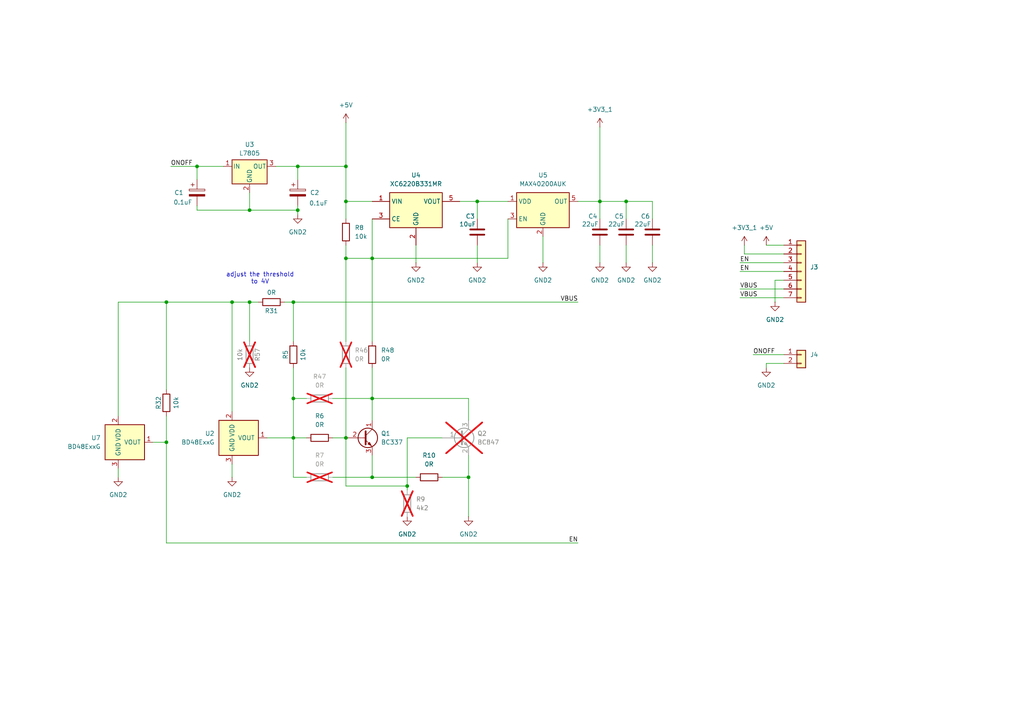
<source format=kicad_sch>
(kicad_sch (version 20250114) (generator "eeschema") (generator_version "9.0")
  (paper "A4")
  (title_block (title "Power Switch Breakout Board"))
  (lib_symbols
    (symbol "Analog_Switch:MAX40200AUK"
      (property "Reference" "U" (at -6.35 6.35 0))
      (property "Value" "MAX40200AUK" (at 7.62 6.35 0))
      (symbol "MAX40200AUK_1_1"
        (rectangle (start -7.62 -5.08) (end 7.62 5.08) (stroke (width 0.254)) (fill (type background)))
        (pin power_in line (at -10.16 2.54 0) (length 2.54) (name "VDD") (number "1"))
        (pin input line (at -10.16 -2.54 0) (length 2.54) (name "EN") (number "3"))
        (pin power_in line (at 0 -7.62 90) (length 2.54) (name "GND") (number "2"))
        (pin no_connect line (at 7.62 -2.54 180) (length 2.54) (hide yes) (name "NC") (number "4"))
        (pin passive line (at 10.16 2.54 180) (length 2.54) (name "OUT") (number "5"))
      )
    )
    (symbol "Connector_Generic:Conn_01x02" (pin_names (offset 1.016) (hide yes))
      (property "Reference" "J" (at 0 2.54 0))
      (property "Value" "Conn_01x02" (at 0 -5.08 0))
      (symbol "Conn_01x02_1_1"
        (rectangle (start -1.27 1.27) (end 1.27 -3.81) (stroke (width 0.254)) (fill (type background)))
        (rectangle (start -1.27 0.127) (end 0 -0.127) (stroke (width 0.1524)))
        (rectangle (start -1.27 -2.413) (end 0 -2.667) (stroke (width 0.1524)))
        (pin passive line (at -5.08 0 0) (length 3.81) (name "Pin_1") (number "1"))
        (pin passive line (at -5.08 -2.54 0) (length 3.81) (name "Pin_2") (number "2"))
      )
    )
    (symbol "Connector_Generic:Conn_01x07" (pin_names (offset 1.016) (hide yes))
      (property "Reference" "J" (at 0 10.16 0))
      (property "Value" "Conn_01x07" (at 0 -10.16 0))
      (symbol "Conn_01x07_1_1"
        (rectangle (start -1.27 8.89) (end 1.27 -8.89) (stroke (width 0.254)) (fill (type background)))
        (rectangle (start -1.27 7.747) (end 0 7.493) (stroke (width 0.1524)))
        (rectangle (start -1.27 5.207) (end 0 4.953) (stroke (width 0.1524)))
        (rectangle (start -1.27 2.667) (end 0 2.413) (stroke (width 0.1524)))
        (rectangle (start -1.27 0.127) (end 0 -0.127) (stroke (width 0.1524)))
        (rectangle (start -1.27 -2.413) (end 0 -2.667) (stroke (width 0.1524)))
        (rectangle (start -1.27 -4.953) (end 0 -5.207) (stroke (width 0.1524)))
        (rectangle (start -1.27 -7.493) (end 0 -7.747) (stroke (width 0.1524)))
        (pin passive line (at -5.08 7.62 0) (length 3.81) (name "Pin_1") (number "1"))
        (pin passive line (at -5.08 5.08 0) (length 3.81) (name "Pin_2") (number "2"))
        (pin passive line (at -5.08 2.54 0) (length 3.81) (name "Pin_3") (number "3"))
        (pin passive line (at -5.08 0 0) (length 3.81) (name "Pin_4") (number "4"))
        (pin passive line (at -5.08 -2.54 0) (length 3.81) (name "Pin_5") (number "5"))
        (pin passive line (at -5.08 -5.08 0) (length 3.81) (name "Pin_6") (number "6"))
        (pin passive line (at -5.08 -7.62 0) (length 3.81) (name "Pin_7") (number "7"))
      )
    )
    (symbol "Device:C" (pin_numbers (hide yes)) (pin_names (offset 0.254))
      (property "Reference" "C" (at 0.635 2.54 0))
      (property "Value" "C" (at 0.635 -2.54 0))
      (symbol "C_0_1"
        (polyline (pts (xy -2.032 0.762) (xy 2.032 0.762)) (stroke (width 0.508)))
        (polyline (pts (xy -2.032 -0.762) (xy 2.032 -0.762)) (stroke (width 0.508)))
      )
      (symbol "C_1_1"
        (pin passive line (at 0 3.81 270) (length 2.794) (name "~") (number "1"))
        (pin passive line (at 0 -3.81 90) (length 2.794) (name "~") (number "2"))
      )
    )
    (symbol "Device:C_Polarized" (pin_numbers (hide yes)) (pin_names (offset 0.254))
      (property "Reference" "C" (at 0.635 2.54 0))
      (property "Value" "C_Polarized" (at 0.635 -2.54 0))
      (symbol "C_Polarized_0_1"
        (rectangle (start -2.286 0.508) (end 2.286 1.016))
        (polyline (pts (xy -1.778 2.286) (xy -0.762 2.286)))
        (polyline (pts (xy -1.27 2.794) (xy -1.27 1.778)))
        (rectangle (start 2.286 -0.508) (end -2.286 -1.016) (fill (type outline)))
      )
      (symbol "C_Polarized_1_1"
        (pin passive line (at 0 3.81 270) (length 2.794) (name "~") (number "1"))
        (pin passive line (at 0 -3.81 90) (length 2.794) (name "~") (number "2"))
      )
    )
    (symbol "Device:R" (pin_numbers (hide yes)) (pin_names (offset 0))
      (property "Reference" "R" (at 2.032 0 90))
      (property "Value" "R" (at 0 0 90))
      (symbol "R_0_1"
        (rectangle (start -1.016 -2.54) (end 1.016 2.54) (stroke (width 0.254)))
      )
      (symbol "R_1_1"
        (pin passive line (at 0 3.81 270) (length 1.27) (name "~") (number "1"))
        (pin passive line (at 0 -3.81 90) (length 1.27) (name "~") (number "2"))
      )
    )
    (symbol "Power_Management:BD48ExxG" (pin_names (offset 1.016))
      (property "Reference" "U" (at -3.81 6.35 0))
      (property "Value" "BD48ExxG" (at -5.08 0 90))
      (symbol "BD48ExxG_1_1"
        (rectangle (start -3.81 5.08) (end 7.62 -5.08) (stroke (width 0.254)) (fill (type background)))
        (pin power_in line (at 0 7.62 270) (length 2.54) (name "VDD") (number "2"))
        (pin power_in line (at 0 -7.62 90) (length 2.54) (name "GND") (number "3"))
        (pin output line (at 10.16 0 180) (length 2.54) (name "VOUT") (number "1"))
      )
    )
    (symbol "Regulator_Linear:L7805" (pin_names (offset 0.254))
      (property "Reference" "U" (at -3.81 3.175 0))
      (property "Value" "L7805" (at 0 3.175 0))
      (symbol "L7805_0_1"
        (rectangle (start -5.08 1.905) (end 5.08 -5.08) (stroke (width 0.254)) (fill (type background)))
      )
      (symbol "L7805_1_1"
        (pin power_in line (at -7.62 0 0) (length 2.54) (name "IN") (number "1"))
        (pin power_in line (at 0 -7.62 90) (length 2.54) (name "GND") (number "2"))
        (pin power_out line (at 7.62 0 180) (length 2.54) (name "OUT") (number "3"))
      )
    )
    (symbol "Regulator_Linear:XC6220B331MR"
      (property "Reference" "U" (at 0 8.89 0))
      (property "Value" "XC6220B331MR" (at 0 6.35 0))
      (symbol "XC6220B331MR_0_1"
        (rectangle (start -7.62 5.08) (end 7.62 -5.08) (stroke (width 0.254)) (fill (type background)))
      )
      (symbol "XC6220B331MR_1_1"
        (pin power_in line (at -12.7 2.54 0) (length 5.08) (name "VIN") (number "1"))
        (pin input line (at -12.7 -2.54 0) (length 5.08) (name "CE") (number "3"))
        (pin power_in line (at 0 -10.16 90) (length 5.08) (name "GND") (number "2"))
        (pin no_connect line (at 7.62 -2.54 180) (length 5.08) (hide yes) (name "NC") (number "4"))
        (pin power_out line (at 12.7 2.54 180) (length 5.08) (name "VOUT") (number "5"))
      )
    )
    (symbol "Transistor_BJT:BC337" (pin_names (offset 0) (hide yes))
      (property "Reference" "Q" (at 5.08 1.905 0))
      (property "Value" "BC337" (at 5.08 0 0))
      (symbol "BC337_0_1"
        (polyline (pts (xy 0 0) (xy 0.635 0)))
        (polyline (pts (xy 0.635 1.905) (xy 0.635 -1.905) (xy 0.635 -1.905)) (stroke (width 0.508)))
        (polyline (pts (xy 0.635 0.635) (xy 2.54 2.54)))
        (polyline (pts (xy 0.635 -0.635) (xy 2.54 -2.54) (xy 2.54 -2.54)))
        (circle (center 1.27 0) (radius 2.8194) (stroke (width 0.254)))
        (polyline (pts (xy 1.27 -1.778) (xy 1.778 -1.27) (xy 2.286 -2.286) (xy 1.27 -1.778) (xy 1.27 -1.778)) (fill (type outline)))
      )
      (symbol "BC337_1_1"
        (pin input line (at -5.08 0 0) (length 5.08) (name "B") (number "2"))
        (pin passive line (at 2.54 5.08 270) (length 2.54) (name "C") (number "1"))
        (pin passive line (at 2.54 -5.08 90) (length 2.54) (name "E") (number "3"))
      )
    )
    (symbol "Transistor_BJT:BC847" (pin_names (offset 0) (hide yes))
      (property "Reference" "Q" (at 5.08 1.905 0))
      (property "Value" "BC847" (at 5.08 0 0))
      (symbol "BC847_0_1"
        (polyline (pts (xy 0.635 1.905) (xy 0.635 -1.905) (xy 0.635 -1.905)) (stroke (width 0.508)))
        (polyline (pts (xy 0.635 0.635) (xy 2.54 2.54)))
        (polyline (pts (xy 0.635 -0.635) (xy 2.54 -2.54) (xy 2.54 -2.54)))
        (circle (center 1.27 0) (radius 2.8194) (stroke (width 0.254)))
        (polyline (pts (xy 1.27 -1.778) (xy 1.778 -1.27) (xy 2.286 -2.286) (xy 1.27 -1.778) (xy 1.27 -1.778)) (fill (type outline)))
      )
      (symbol "BC847_1_1"
        (pin input line (at -5.08 0 0) (length 5.715) (name "B") (number "1"))
        (pin passive line (at 2.54 5.08 270) (length 2.54) (name "C") (number "3"))
        (pin passive line (at 2.54 -5.08 90) (length 2.54) (name "E") (number "2"))
      )
    )
    (symbol "power:+3V3" (power) (pin_numbers (hide yes)) (pin_names (offset 0) (hide yes))
      (property "Value" "+3V3" (at 0 3.556 0))
      (symbol "+3V3_0_1"
        (polyline (pts (xy -0.762 1.27) (xy 0 2.54)))
        (polyline (pts (xy 0 2.54) (xy 0.762 1.27)))
        (polyline (pts (xy 0 0) (xy 0 2.54)))
      )
      (symbol "+3V3_1_1"
        (pin power_in line (at 0 0 90) (length 0) (name "~") (number "1"))
      )
    )
    (symbol "power:+5V" (power) (pin_numbers (hide yes)) (pin_names (offset 0) (hide yes))
      (property "Value" "+5V" (at 0 3.556 0))
      (symbol "+5V_0_1"
        (polyline (pts (xy -0.762 1.27) (xy 0 2.54)))
        (polyline (pts (xy 0 2.54) (xy 0.762 1.27)))
        (polyline (pts (xy 0 0) (xy 0 2.54)))
      )
      (symbol "+5V_1_1"
        (pin power_in line (at 0 0 90) (length 0) (name "~") (number "1"))
      )
    )
    (symbol "power:GND" (power) (pin_numbers (hide yes)) (pin_names (offset 0) (hide yes))
      (property "Value" "GND" (at 0 -3.81 0))
      (symbol "GND_0_1"
        (polyline (pts (xy 0 0) (xy 0 -1.27) (xy 1.27 -1.27) (xy 0 -2.54) (xy -1.27 -1.27) (xy 0 -1.27)))
      )
      (symbol "GND_1_1"
        (pin power_in line (at 0 0 270) (length 0) (name "~") (number "1"))
      )
    )
  )
  (text "adjust the threshold\nto 4V" (at 75.438 80.772 0) (effects (font (size 1.27 1.27))))
  (junction (at 100.33 48.26))
  (junction (at 85.09 127))
  (junction (at 138.43 58.42))
  (junction (at 135.89 138.43))
  (junction (at 118.11 140.97))
  (junction (at 72.39 87.63))
  (junction (at 72.39 60.96))
  (junction (at 107.95 138.43))
  (junction (at 48.26 87.63))
  (junction (at 85.09 87.63))
  (junction (at 67.31 87.63))
  (junction (at 86.36 60.96))
  (junction (at 107.95 115.57))
  (junction (at 100.33 127))
  (junction (at 107.95 74.93))
  (junction (at 173.99 58.42))
  (junction (at 57.15 48.26))
  (junction (at 85.09 115.57))
  (junction (at 86.36 48.26))
  (junction (at 48.26 128.27))
  (junction (at 181.61 58.42))
  (junction (at 100.33 58.42))
  (junction (at 100.33 74.93))
  (wire (pts (xy 181.61 58.42) (xy 181.61 63.5)))
  (wire (pts (xy 167.64 58.42) (xy 173.99 58.42)))
  (wire (pts (xy 222.25 71.12) (xy 227.33 71.12)))
  (wire (pts (xy 96.52 138.43) (xy 107.95 138.43)))
  (wire (pts (xy 57.15 48.26) (xy 64.77 48.26)))
  (wire (pts (xy 118.11 127) (xy 128.27 127)))
  (wire (pts (xy 215.9 73.66) (xy 227.33 73.66)))
  (wire (pts (xy 57.15 60.96) (xy 72.39 60.96)))
  (wire (pts (xy 222.25 105.41) (xy 227.33 105.41)))
  (wire (pts (xy 173.99 36.83) (xy 173.99 58.42)))
  (wire (pts (xy 135.89 138.43) (xy 135.89 149.86)))
  (wire (pts (xy 147.32 63.5) (xy 147.32 74.93)))
  (wire (pts (xy 215.9 71.12) (xy 215.9 73.66)))
  (wire (pts (xy 214.63 76.2) (xy 227.33 76.2)))
  (wire (pts (xy 88.9 138.43) (xy 85.09 138.43)))
  (wire (pts (xy 100.33 48.26) (xy 100.33 58.42)))
  (wire (pts (xy 138.43 71.12) (xy 138.43 76.2)))
  (wire (pts (xy 135.89 132.08) (xy 135.89 138.43)))
  (wire (pts (xy 100.33 58.42) (xy 100.33 63.5)))
  (wire (pts (xy 57.15 48.26) (xy 57.15 52.07)))
  (wire (pts (xy 100.33 140.97) (xy 100.33 127)))
  (wire (pts (xy 100.33 35.56) (xy 100.33 48.26)))
  (wire (pts (xy 85.09 87.63) (xy 85.09 99.06)))
  (wire (pts (xy 173.99 71.12) (xy 173.99 76.2)))
  (wire (pts (xy 107.95 63.5) (xy 107.95 74.93)))
  (wire (pts (xy 48.26 157.48) (xy 167.64 157.48)))
  (wire (pts (xy 67.31 87.63) (xy 72.39 87.63)))
  (wire (pts (xy 48.26 128.27) (xy 48.26 120.65)))
  (wire (pts (xy 214.63 86.36) (xy 227.33 86.36)))
  (wire (pts (xy 44.45 128.27) (xy 48.26 128.27)))
  (wire (pts (xy 85.09 106.68) (xy 85.09 115.57)))
  (wire (pts (xy 67.31 87.63) (xy 67.31 119.38)))
  (wire (pts (xy 48.26 113.03) (xy 48.26 87.63)))
  (wire (pts (xy 86.36 60.96) (xy 86.36 59.69)))
  (wire (pts (xy 85.09 115.57) (xy 88.9 115.57)))
  (wire (pts (xy 48.26 87.63) (xy 67.31 87.63)))
  (wire (pts (xy 107.95 115.57) (xy 135.89 115.57)))
  (wire (pts (xy 80.01 48.26) (xy 86.36 48.26)))
  (wire (pts (xy 224.79 81.28) (xy 227.33 81.28)))
  (wire (pts (xy 107.95 138.43) (xy 120.65 138.43)))
  (wire (pts (xy 100.33 74.93) (xy 100.33 99.06)))
  (wire (pts (xy 72.39 87.63) (xy 74.93 87.63)))
  (wire (pts (xy 100.33 140.97) (xy 118.11 140.97)))
  (wire (pts (xy 214.63 83.82) (xy 227.33 83.82)))
  (wire (pts (xy 96.52 115.57) (xy 107.95 115.57)))
  (wire (pts (xy 107.95 74.93) (xy 147.32 74.93)))
  (wire (pts (xy 173.99 58.42) (xy 173.99 63.5)))
  (wire (pts (xy 189.23 71.12) (xy 189.23 76.2)))
  (wire (pts (xy 218.44 102.87) (xy 227.33 102.87)))
  (wire (pts (xy 34.29 87.63) (xy 34.29 120.65)))
  (wire (pts (xy 120.65 71.12) (xy 120.65 76.2)))
  (wire (pts (xy 88.9 127) (xy 85.09 127)))
  (wire (pts (xy 85.09 87.63) (xy 167.64 87.63)))
  (wire (pts (xy 34.29 87.63) (xy 48.26 87.63)))
  (wire (pts (xy 118.11 140.97) (xy 118.11 142.24)))
  (wire (pts (xy 86.36 60.96) (xy 86.36 62.23)))
  (wire (pts (xy 107.95 74.93) (xy 107.95 99.06)))
  (wire (pts (xy 138.43 58.42) (xy 138.43 63.5)))
  (wire (pts (xy 34.29 138.43) (xy 34.29 135.89)))
  (wire (pts (xy 85.09 115.57) (xy 85.09 127)))
  (wire (pts (xy 133.35 58.42) (xy 138.43 58.42)))
  (wire (pts (xy 85.09 138.43) (xy 85.09 127)))
  (wire (pts (xy 189.23 58.42) (xy 189.23 63.5)))
  (wire (pts (xy 222.25 106.68) (xy 222.25 105.41)))
  (wire (pts (xy 118.11 127) (xy 118.11 140.97)))
  (wire (pts (xy 214.63 78.74) (xy 227.33 78.74)))
  (wire (pts (xy 181.61 58.42) (xy 189.23 58.42)))
  (wire (pts (xy 100.33 58.42) (xy 107.95 58.42)))
  (wire (pts (xy 72.39 55.88) (xy 72.39 60.96)))
  (wire (pts (xy 57.15 60.96) (xy 57.15 59.69)))
  (wire (pts (xy 82.55 87.63) (xy 85.09 87.63)))
  (wire (pts (xy 128.27 138.43) (xy 135.89 138.43)))
  (wire (pts (xy 107.95 74.93) (xy 100.33 74.93)))
  (wire (pts (xy 157.48 68.58) (xy 157.48 76.2)))
  (wire (pts (xy 107.95 115.57) (xy 107.95 121.92)))
  (wire (pts (xy 77.47 127) (xy 85.09 127)))
  (wire (pts (xy 100.33 71.12) (xy 100.33 74.93)))
  (wire (pts (xy 135.89 115.57) (xy 135.89 121.92)))
  (wire (pts (xy 100.33 106.68) (xy 100.33 127)))
  (wire (pts (xy 67.31 134.62) (xy 67.31 138.43)))
  (wire (pts (xy 72.39 60.96) (xy 86.36 60.96)))
  (wire (pts (xy 86.36 48.26) (xy 86.36 52.07)))
  (wire (pts (xy 86.36 48.26) (xy 100.33 48.26)))
  (wire (pts (xy 72.39 87.63) (xy 72.39 99.06)))
  (wire (pts (xy 173.99 58.42) (xy 181.61 58.42)))
  (wire (pts (xy 181.61 71.12) (xy 181.61 76.2)))
  (wire (pts (xy 49.53 48.26) (xy 57.15 48.26)))
  (wire (pts (xy 107.95 106.68) (xy 107.95 115.57)))
  (wire (pts (xy 96.52 127) (xy 100.33 127)))
  (wire (pts (xy 48.26 157.48) (xy 48.26 128.27)))
  (wire (pts (xy 224.79 81.28) (xy 224.79 87.63)))
  (wire (pts (xy 138.43 58.42) (xy 147.32 58.42)))
  (wire (pts (xy 107.95 132.08) (xy 107.95 138.43)))
  (label "EN" (at 167.64 157.48 180))
  (label "VBUS" (at 214.63 83.82 0))
  (label "VBUS" (at 167.64 87.63 180))
  (label "VBUS" (at 214.63 86.36 0))
  (label "ONOFF" (at 49.53 48.26 0))
  (label "EN" (at 214.63 78.74 0))
  (label "EN" (at 214.63 76.2 0))
  (label "ONOFF" (at 218.44 102.87 0))
  (symbol (lib_id "power:GND") (at 173.99 76.2 0) (unit 1)
    (property "Reference" "#PWR033" (effects (hide yes)))
    (property "Value" "GND2" (at 173.99 81.28 0))
    (property "Description" "Power symbol creates a global label with name \"GND\" , ground" (effects (hide yes)))
  )
  (symbol (lib_id "Device:R") (at 78.74 87.63 270) (unit 1)
    (property "Reference" "R31" (at 78.74 90.17 90))
    (property "Value" "0R" (at 78.74 84.836 90))
    (property "Footprint" "Resistor_SMD:R_0805_2012Metric_Pad1.20x1.40mm_HandSolder" (effects (hide yes)))
    (property "Description" "Resistor" (effects (hide yes)))
  )
  (symbol (lib_id "Regulator_Linear:L7805") (at 72.39 48.26 0) (unit 1)
    (property "Reference" "U3" (at 72.39 41.91 0))
    (property "Value" "L7805" (at 72.39 44.45 0))
    (property "Footprint" "Package_TO_SOT_SMD:TO-263-2" (effects (hide yes)))
    (property "Datasheet" "http://www.st.com/content/ccc/resource/technical/document/datasheet/41/4f/b3/b0/12/d4/47/88/CD00000444.pdf/files/CD00000444.pdf/jcr:content/translations/en.CD00000444.pdf" (effects (hide yes)))
    (property "Description" "Positive 1.5A 35V Linear Regulator, Fixed Output 5V, TO-220/TO-263/TO-252" (effects (hide yes)))
  )
  (symbol (lib_id "Device:R") (at 92.71 115.57 270) (unit 1) (dnp yes)
    (property "Reference" "R47" (at 92.71 109.22 90))
    (property "Value" "0R" (at 92.71 111.76 90))
    (property "Footprint" "Resistor_SMD:R_0805_2012Metric_Pad1.20x1.40mm_HandSolder" (effects (hide yes)))
    (property "Description" "Resistor" (effects (hide yes)))
  )
  (symbol (lib_id "Device:C") (at 173.99 67.31 0) (unit 1)
    (property "Reference" "C4" (at 171.958 62.738 0))
    (property "Value" "22uF" (at 171.196 65.024 0))
    (property "Footprint" "Capacitor_SMD:C_0805_2012Metric_Pad1.18x1.45mm_HandSolder" (effects (hide yes)))
    (property "Description" "Unpolarized capacitor" (effects (hide yes)))
  )
  (symbol (lib_id "Device:C") (at 181.61 67.31 0) (unit 1)
    (property "Reference" "C5" (at 179.578 62.738 0))
    (property "Value" "22uF" (at 178.816 65.024 0))
    (property "Footprint" "Capacitor_SMD:C_0805_2012Metric_Pad1.18x1.45mm_HandSolder" (effects (hide yes)))
    (property "Description" "Unpolarized capacitor" (effects (hide yes)))
  )
  (symbol (lib_id "power:GND") (at 118.11 149.86 0) (unit 1)
    (property "Reference" "#PWR013" (effects (hide yes)))
    (property "Value" "GND2" (at 118.11 154.94 0))
    (property "Description" "Power symbol creates a global label with name \"GND\" , ground" (effects (hide yes)))
  )
  (symbol (lib_id "Device:C") (at 189.23 67.31 0) (unit 1)
    (property "Reference" "C6" (at 187.198 62.738 0))
    (property "Value" "22uF" (at 186.436 65.024 0))
    (property "Footprint" "Capacitor_SMD:C_0805_2012Metric_Pad1.18x1.45mm_HandSolder" (effects (hide yes)))
    (property "Description" "Unpolarized capacitor" (effects (hide yes)))
  )
  (symbol (lib_id "power:GND") (at 138.43 76.2 0) (unit 1)
    (property "Reference" "#PWR016" (effects (hide yes)))
    (property "Value" "GND2" (at 138.43 81.28 0))
    (property "Description" "Power symbol creates a global label with name \"GND\" , ground" (effects (hide yes)))
  )
  (symbol (lib_id "power:GND") (at 157.48 76.2 0) (unit 1)
    (property "Reference" "#PWR017" (effects (hide yes)))
    (property "Value" "GND2" (at 157.48 81.28 0))
    (property "Description" "Power symbol creates a global label with name \"GND\" , ground" (effects (hide yes)))
  )
  (symbol (lib_id "Connector_Generic:Conn_01x02") (at 232.41 102.87 0) (unit 1)
    (property "Reference" "J4" (at 234.95 102.8699 0) (effects (justify left)))
    (property "Value" "Conn_01x02" (effects (hide yes)))
    (property "Footprint" "Connector_PinHeader_2.54mm:PinHeader_2x01_P2.54mm_Vertical_SMD" (effects (hide yes)))
    (property "Description" "Generic connector, single row, 01x02, script generated (kicad-library-utils/schlib/autogen/connector/)" (effects (hide yes)))
  )
  (symbol (lib_id "power:GND") (at 34.29 138.43 0) (unit 1)
    (property "Reference" "#PWR032" (effects (hide yes)))
    (property "Value" "GND2" (at 34.29 143.51 0))
    (property "Description" "Power symbol creates a global label with name \"GND\" , ground" (effects (hide yes)))
  )
  (symbol (lib_id "Device:C") (at 138.43 67.31 0) (unit 1)
    (property "Reference" "C3" (at 136.398 62.738 0))
    (property "Value" "10uF" (at 135.636 65.024 0))
    (property "Footprint" "Capacitor_SMD:C_0805_2012Metric_Pad1.18x1.45mm_HandSolder" (effects (hide yes)))
    (property "Description" "Unpolarized capacitor" (effects (hide yes)))
  )
  (symbol (lib_id "Device:R") (at 85.09 102.87 180) (unit 1)
    (property "Reference" "R5" (at 82.804 102.87 90))
    (property "Value" "10k" (at 87.884 102.87 90))
    (property "Footprint" "Resistor_SMD:R_0805_2012Metric_Pad1.20x1.40mm_HandSolder" (effects (hide yes)))
    (property "Description" "Resistor" (effects (hide yes)))
  )
  (symbol (lib_id "power:GND") (at 181.61 76.2 0) (unit 1)
    (property "Reference" "#PWR034" (effects (hide yes)))
    (property "Value" "GND2" (at 181.61 81.28 0))
    (property "Description" "Power symbol creates a global label with name \"GND\" , ground" (effects (hide yes)))
  )
  (symbol (lib_id "power:GND") (at 86.36 62.23 0) (unit 1)
    (property "Reference" "#PWR011" (effects (hide yes)))
    (property "Value" "GND2" (at 86.36 67.31 0))
    (property "Description" "Power symbol creates a global label with name \"GND\" , ground" (effects (hide yes)))
  )
  (symbol (lib_id "Device:R") (at 72.39 102.87 0) (unit 1) (dnp yes)
    (property "Reference" "R57" (at 74.676 102.87 90))
    (property "Value" "10k" (at 69.596 102.87 90))
    (property "Footprint" "Resistor_SMD:R_0805_2012Metric_Pad1.20x1.40mm_HandSolder" (effects (hide yes)))
    (property "Description" "Resistor" (effects (hide yes)))
  )
  (symbol (lib_id "Device:C_Polarized") (at 86.36 55.88 0) (unit 1)
    (property "Reference" "C2" (at 89.916 55.88 0) (effects (justify left)))
    (property "Value" "0.1uF" (at 89.662 58.928 0) (effects (justify left)))
    (property "Footprint" "Capacitor_SMD:C_0805_2012Metric_Pad1.18x1.45mm_HandSolder" (effects (hide yes)))
    (property "Description" "Polarized capacitor" (effects (hide yes)))
  )
  (symbol (lib_id "Regulator_Linear:XC6220B331MR") (at 120.65 60.96 0) (unit 1)
    (property "Reference" "U4" (at 120.65 50.8 0))
    (property "Value" "XC6220B331MR" (at 120.65 53.34 0))
    (property "Footprint" "Package_TO_SOT_SMD:SOT-23-5" (effects (hide yes)))
    (property "Datasheet" "https://www.torexsemi.com/file/xc6220/XC6220.pdf" (effects (hide yes)))
    (property "Description" "1A, Low Drop-out Voltage Regulator, Fixed Output 3.3V, SOT-23-5" (effects (hide yes)))
  )
  (symbol (lib_id "Device:R") (at 107.95 102.87 180) (unit 1)
    (property "Reference" "R48" (at 110.49 101.5999 0) (effects (justify right)))
    (property "Value" "0R" (at 110.49 104.1399 0) (effects (justify right)))
    (property "Footprint" "Resistor_SMD:R_0805_2012Metric_Pad1.20x1.40mm_HandSolder" (effects (hide yes)))
    (property "Description" "Resistor" (effects (hide yes)))
  )
  (symbol (lib_id "Device:C_Polarized") (at 57.15 55.88 0) (unit 1)
    (property "Reference" "C1" (at 50.546 55.88 0) (effects (justify left)))
    (property "Value" "0.1uF" (at 50.292 58.674 0) (effects (justify left)))
    (property "Footprint" "Capacitor_SMD:C_0805_2012Metric_Pad1.18x1.45mm_HandSolder" (effects (hide yes)))
    (property "Description" "Polarized capacitor" (effects (hide yes)))
  )
  (symbol (lib_id "Device:R") (at 124.46 138.43 270) (unit 1)
    (property "Reference" "R10" (at 124.46 132.08 90))
    (property "Value" "0R" (at 124.46 134.62 90))
    (property "Footprint" "Resistor_SMD:R_0805_2012Metric_Pad1.20x1.40mm_HandSolder" (effects (hide yes)))
    (property "Description" "Resistor" (effects (hide yes)))
  )
  (symbol (lib_id "Device:R") (at 48.26 116.84 180) (unit 1)
    (property "Reference" "R32" (at 45.974 116.84 90))
    (property "Value" "10k" (at 51.054 116.84 90))
    (property "Footprint" "Resistor_SMD:R_0805_2012Metric_Pad1.20x1.40mm_HandSolder" (effects (hide yes)))
    (property "Description" "Resistor" (effects (hide yes)))
  )
  (symbol (lib_id "Transistor_BJT:BC847") (at 133.35 127 0) (unit 1) (dnp yes)
    (property "Reference" "Q2" (at 138.43 125.7299 0) (effects (justify left)))
    (property "Value" "BC847" (at 138.43 128.2699 0) (effects (justify left)))
    (property "Footprint" "Package_TO_SOT_SMD:SOT-23" (effects (hide yes)))
    (property "Datasheet" "http://www.infineon.com/dgdl/Infineon-BC847SERIES_BC848SERIES_BC849SERIES_BC850SERIES-DS-v01_01-en.pdf?fileId=db3a304314dca389011541d4630a1657" (effects (hide yes)))
    (property "Description" "0.1A Ic, 45V Vce, NPN Transistor, SOT-23" (effects (hide yes)))
  )
  (symbol (lib_id "Transistor_BJT:BC337") (at 105.41 127 0) (unit 1)
    (property "Reference" "Q1" (at 110.49 125.7299 0) (effects (justify left)))
    (property "Value" "BC337" (at 110.49 128.2699 0) (effects (justify left)))
    (property "Footprint" "Package_TO_SOT_THT:TO-92_Inline" (effects (hide yes)))
    (property "Datasheet" "https://diotec.com/tl_files/diotec/files/pdf/datasheets/bc337.pdf" (effects (hide yes)))
    (property "Description" "0.8A Ic, 45V Vce, NPN Transistor, TO-92" (effects (hide yes)))
  )
  (symbol (lib_id "Power_Management:BD48ExxG") (at 34.29 128.27 0) (unit 1)
    (property "Reference" "U7" (at 29.21 126.9999 0) (effects (justify right)))
    (property "Value" "BD48ExxG" (at 29.21 129.5399 0) (effects (justify right)))
    (property "Footprint" "Package_TO_SOT_SMD:SOT-23-5" (effects (hide yes)))
    (property "Datasheet" "https://www.rohm.de/datasheet/BD4830FVE/bd48xxg-e" (effects (hide yes)))
    (property "Description" "Standard CMOS Voltage Detector IC, Open Drain Output, SSOP5" (effects (hide yes)))
  )
  (symbol (lib_id "power:+3V3") (at 173.99 36.83 0) (unit 1)
    (property "Reference" "#PWR018" (effects (hide yes)))
    (property "Value" "+3V3_1" (at 173.99 31.75 0))
    (property "Description" "Power symbol creates a global label with name \"+3V3\"" (effects (hide yes)))
  )
  (symbol (lib_id "power:GND") (at 189.23 76.2 0) (unit 1)
    (property "Reference" "#PWR035" (effects (hide yes)))
    (property "Value" "GND2" (at 189.23 81.28 0))
    (property "Description" "Power symbol creates a global label with name \"GND\" , ground" (effects (hide yes)))
  )
  (symbol (lib_id "Device:R") (at 118.11 146.05 180) (unit 1) (dnp yes)
    (property "Reference" "R9" (at 120.65 144.7799 0) (effects (justify right)))
    (property "Value" "4k2" (at 120.65 147.3199 0) (effects (justify right)))
    (property "Footprint" "Resistor_SMD:R_0805_2012Metric_Pad1.20x1.40mm_HandSolder" (effects (hide yes)))
    (property "Description" "Resistor" (effects (hide yes)))
  )
  (symbol (lib_id "power:GND") (at 222.25 106.68 0) (unit 1)
    (property "Reference" "#PWR09" (effects (hide yes)))
    (property "Value" "GND2" (at 222.25 111.76 0))
    (property "Description" "Power symbol creates a global label with name \"GND\" , ground" (effects (hide yes)))
  )
  (symbol (lib_id "Device:R") (at 92.71 127 90) (unit 1)
    (property "Reference" "R6" (at 92.71 120.65 90))
    (property "Value" "0R" (at 92.71 123.19 90))
    (property "Footprint" "Resistor_SMD:R_0805_2012Metric_Pad1.20x1.40mm_HandSolder" (effects (hide yes)))
    (property "Description" "Resistor" (effects (hide yes)))
  )
  (symbol (lib_id "power:GND") (at 72.39 106.68 0) (unit 1)
    (property "Reference" "#PWR061" (effects (hide yes)))
    (property "Value" "GND2" (at 72.39 111.76 0))
    (property "Description" "Power symbol creates a global label with name \"GND\" , ground" (effects (hide yes)))
  )
  (symbol (lib_id "Analog_Switch:MAX40200AUK") (at 157.48 60.96 0) (unit 1)
    (property "Reference" "U5" (at 157.48 50.8 0))
    (property "Value" "MAX40200AUK" (at 157.48 53.34 0))
    (property "Footprint" "Package_TO_SOT_SMD:SOT-23-5" (effects (hide yes)))
    (property "Datasheet" "https://datasheets.maximintegrated.com/en/ds/MAX40200.pdf" (effects (hide yes)))
    (property "Description" "Ideal Diode, Ultra-Low Voltage Drop, 1.5-5.5V, 1A, SOT-23-5" (effects (hide yes)))
  )
  (symbol (lib_id "power:GND") (at 120.65 76.2 0) (unit 1)
    (property "Reference" "#PWR014" (effects (hide yes)))
    (property "Value" "GND2" (at 120.65 81.28 0))
    (property "Description" "Power symbol creates a global label with name \"GND\" , ground" (effects (hide yes)))
  )
  (symbol (lib_id "Connector_Generic:Conn_01x07") (at 232.41 78.74 0) (unit 1)
    (property "Reference" "J3" (at 234.95 77.4699 0) (effects (justify left)))
    (property "Value" "Conn_01x07" (effects (hide yes)))
    (property "Footprint" "Connector_PinHeader_2.54mm:PinHeader_1x07_P2.54mm_Vertical_SMD_Pin1Left" (effects (hide yes)))
    (property "Description" "Generic connector, single row, 01x07, script generated (kicad-library-utils/schlib/autogen/connector/)" (effects (hide yes)))
  )
  (symbol (lib_id "Device:R") (at 100.33 67.31 180) (unit 1)
    (property "Reference" "R8" (at 102.87 66.0399 0) (effects (justify right)))
    (property "Value" "10k" (at 102.87 68.5799 0) (effects (justify right)))
    (property "Footprint" "Resistor_SMD:R_0805_2012Metric_Pad1.20x1.40mm_HandSolder" (effects (hide yes)))
    (property "Description" "Resistor" (effects (hide yes)))
  )
  (symbol (lib_id "power:GND") (at 67.31 138.43 0) (unit 1)
    (property "Reference" "#PWR010" (effects (hide yes)))
    (property "Value" "GND2" (at 67.31 143.51 0))
    (property "Description" "Power symbol creates a global label with name \"GND\" , ground" (effects (hide yes)))
  )
  (symbol (lib_id "power:GND") (at 135.89 149.86 0) (unit 1)
    (property "Reference" "#PWR015" (effects (hide yes)))
    (property "Value" "GND2" (at 135.89 154.94 0))
    (property "Description" "Power symbol creates a global label with name \"GND\" , ground" (effects (hide yes)))
  )
  (symbol (lib_id "power:GND") (at 224.79 87.63 0) (unit 1)
    (property "Reference" "#PWR020" (effects (hide yes)))
    (property "Value" "GND2" (at 224.79 92.71 0))
    (property "Description" "Power symbol creates a global label with name \"GND\" , ground" (effects (hide yes)))
  )
  (symbol (lib_id "power:+5V") (at 222.25 71.12 0) (unit 1)
    (property "Reference" "#PWR019" (effects (hide yes)))
    (property "Value" "+5V" (at 222.25 66.04 0))
    (property "Description" "Power symbol creates a global label with name \"+5V\"" (effects (hide yes)))
  )
  (symbol (lib_id "Device:R") (at 100.33 102.87 180) (unit 1) (dnp yes)
    (property "Reference" "R46" (at 102.87 101.5999 0) (effects (justify right)))
    (property "Value" "0R" (at 102.87 104.1399 0) (effects (justify right)))
    (property "Footprint" "Resistor_SMD:R_0805_2012Metric_Pad1.20x1.40mm_HandSolder" (effects (hide yes)))
    (property "Description" "Resistor" (effects (hide yes)))
  )
  (symbol (lib_id "Power_Management:BD48ExxG") (at 67.31 127 0) (unit 1)
    (property "Reference" "U2" (at 62.23 125.7299 0) (effects (justify right)))
    (property "Value" "BD48ExxG" (at 62.23 128.2699 0) (effects (justify right)))
    (property "Footprint" "Package_TO_SOT_SMD:SOT-23-5" (effects (hide yes)))
    (property "Datasheet" "https://www.rohm.de/datasheet/BD4830FVE/bd48xxg-e" (effects (hide yes)))
    (property "Description" "Standard CMOS Voltage Detector IC, Open Drain Output, SSOP5" (effects (hide yes)))
  )
  (symbol (lib_id "Device:R") (at 92.71 138.43 90) (unit 1) (dnp yes)
    (property "Reference" "R7" (at 92.71 132.08 90))
    (property "Value" "0R" (at 92.71 134.62 90))
    (property "Footprint" "Resistor_SMD:R_0805_2012Metric_Pad1.20x1.40mm_HandSolder" (effects (hide yes)))
    (property "Description" "Resistor" (effects (hide yes)))
  )
  (symbol (lib_id "power:+3V3") (at 215.9 71.12 0) (unit 1)
    (property "Reference" "#PWR021" (effects (hide yes)))
    (property "Value" "+3V3_1" (at 215.9 66.04 0))
    (property "Description" "Power symbol creates a global label with name \"+3V3\"" (effects (hide yes)))
  )
  (symbol (lib_id "power:+5V") (at 100.33 35.56 0) (unit 1)
    (property "Reference" "#PWR012" (effects (hide yes)))
    (property "Value" "+5V" (at 100.33 30.48 0))
    (property "Description" "Power symbol creates a global label with name \"+5V\"" (effects (hide yes)))
  )
)
</source>
